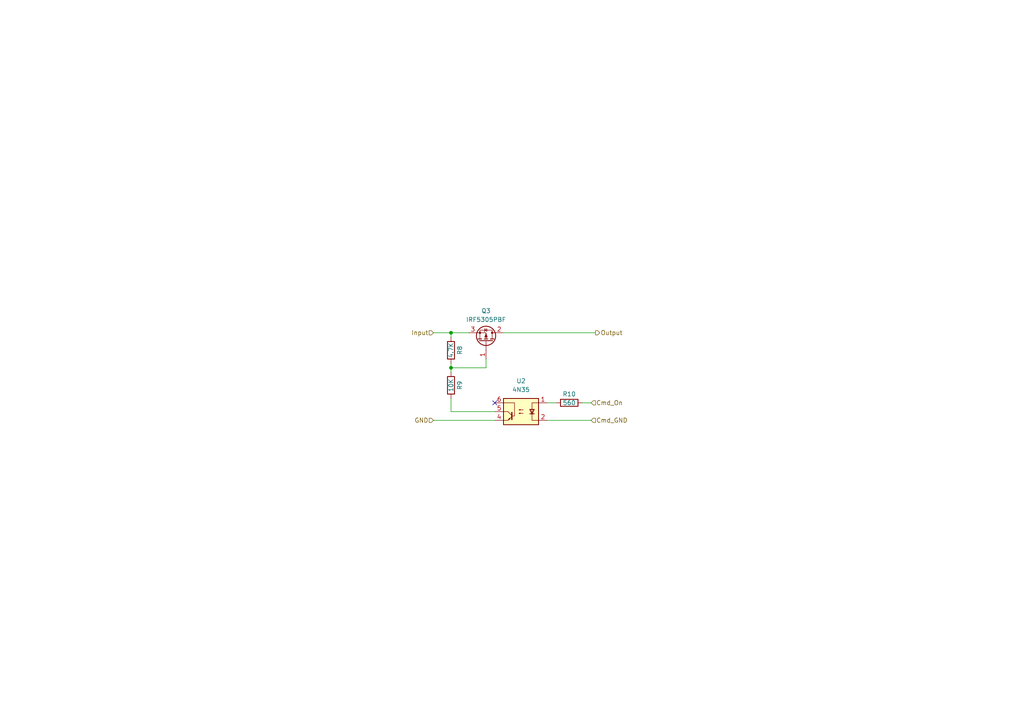
<source format=kicad_sch>
(kicad_sch (version 20211123) (generator eeschema)
  (paper "A4")
  (lib_symbols
    (symbol "Device:R" (pin_numbers hide) (pin_names (offset 0))
      (property "Reference" "R" (at 2.032 0 90))
      (property "Value" "R" (at 0 0 90))
      (symbol "R_0_1"
        (rectangle (start -1.016 -2.54) (end 1.016 2.54) (stroke (width 0.254)))
      )
      (symbol "R_1_1"
        (pin passive line (at 0 3.81 270) (length 1.27) (name "~") (number "1"))
        (pin passive line (at 0 -3.81 90) (length 1.27) (name "~") (number "2"))
      )
    )
    (symbol "Isolator:4N35" (pin_names (offset 1.016))
      (property "Reference" "U" (at -5.08 5.08 0))
      (property "Value" "4N35" (at 0 5.08 0))
      (symbol "4N35_0_1"
        (rectangle (start -5.08 3.81) (end 5.08 -3.81) (stroke (width 0.254)) (fill (type background)))
        (polyline (pts (xy -3.81 -0.635) (xy -2.54 -0.635)) (stroke (width 0.254)))
        (polyline (pts (xy 2.667 -1.397) (xy 3.81 -2.54)))
        (polyline (pts (xy 2.667 -1.143) (xy 3.81 0)))
        (polyline (pts (xy 3.81 -2.54) (xy 5.08 -2.54)))
        (polyline (pts (xy 3.81 0) (xy 5.08 0)))
        (polyline (pts (xy 2.667 -0.254) (xy 2.667 -2.286) (xy 2.667 -2.286)) (stroke (width 0.3556)))
        (polyline (pts (xy -5.08 -2.54) (xy -3.175 -2.54) (xy -3.175 2.54) (xy -5.08 2.54)))
        (polyline (pts (xy -3.175 -0.635) (xy -3.81 0.635) (xy -2.54 0.635) (xy -3.175 -0.635)) (stroke (width 0.254)))
        (polyline (pts (xy 3.683 -2.413) (xy 3.429 -1.905) (xy 3.175 -2.159) (xy 3.683 -2.413)))
        (polyline (pts (xy 5.08 2.54) (xy 1.905 2.54) (xy 1.905 -1.27) (xy 2.54 -1.27)))
        (polyline (pts (xy -0.635 -0.508) (xy 0.635 -0.508) (xy 0.254 -0.635) (xy 0.254 -0.381) (xy 0.635 -0.508)))
        (polyline (pts (xy -0.635 0.508) (xy 0.635 0.508) (xy 0.254 0.381) (xy 0.254 0.635) (xy 0.635 0.508)))
      )
      (symbol "4N35_1_1"
        (pin passive line (at -7.62 2.54 0) (length 2.54) (name "~") (number "1"))
        (pin passive line (at -7.62 -2.54 0) (length 2.54) (name "~") (number "2"))
        (pin no_connect line (at -5.08 0 0) (length 2.54) hide (name "NC") (number "3"))
        (pin passive line (at 7.62 -2.54 180) (length 2.54) (name "~") (number "4"))
        (pin passive line (at 7.62 0 180) (length 2.54) (name "~") (number "5"))
        (pin passive line (at 7.62 2.54 180) (length 2.54) (name "~") (number "6"))
      )
    )
    (symbol "Transistor_FET:FQP27P06" (pin_names hide)
      (property "Reference" "Q" (at 5.08 1.905 0))
      (property "Value" "FQP27P06" (at 5.08 0 0))
      (symbol "FQP27P06_0_1"
        (polyline (pts (xy 0.254 0) (xy -2.54 0)))
        (polyline (pts (xy 0.254 1.905) (xy 0.254 -1.905)) (stroke (width 0.254)))
        (polyline (pts (xy 0.762 -1.27) (xy 0.762 -2.286)) (stroke (width 0.254)))
        (polyline (pts (xy 0.762 0.508) (xy 0.762 -0.508)) (stroke (width 0.254)))
        (polyline (pts (xy 0.762 2.286) (xy 0.762 1.27)) (stroke (width 0.254)))
        (polyline (pts (xy 2.54 2.54) (xy 2.54 1.778)))
        (polyline (pts (xy 2.54 -2.54) (xy 2.54 0) (xy 0.762 0)))
        (polyline (pts (xy 0.762 1.778) (xy 3.302 1.778) (xy 3.302 -1.778) (xy 0.762 -1.778)))
        (polyline (pts (xy 2.286 0) (xy 1.27 0.381) (xy 1.27 -0.381) (xy 2.286 0)) (fill (type outline)))
        (polyline (pts (xy 2.794 -0.508) (xy 2.921 -0.381) (xy 3.683 -0.381) (xy 3.81 -0.254)))
        (polyline (pts (xy 3.302 -0.381) (xy 2.921 0.254) (xy 3.683 0.254) (xy 3.302 -0.381)))
        (circle (center 1.651 0) (radius 2.794) (stroke (width 0.254)))
        (circle (center 2.54 -1.778) (radius 0.254) (fill (type outline)))
        (circle (center 2.54 1.778) (radius 0.254) (fill (type outline)))
      )
      (symbol "FQP27P06_1_1"
        (pin input line (at -5.08 0 0) (length 2.54) (name "G") (number "1"))
        (pin passive line (at 2.54 5.08 270) (length 2.54) (name "D") (number "2"))
        (pin passive line (at 2.54 -5.08 90) (length 2.54) (name "S") (number "3"))
      )
    )
  )
  (junction (at 130.81 106.68))
  (junction (at 130.81 96.52))
  (no_connect (at 143.51 116.84))
  (wire (pts (xy 130.81 115.57) (xy 130.81 119.38)))
  (wire (pts (xy 130.81 119.38) (xy 143.51 119.38)))
  (wire (pts (xy 125.73 96.52) (xy 130.81 96.52)))
  (wire (pts (xy 140.97 106.68) (xy 130.81 106.68)))
  (wire (pts (xy 158.75 121.92) (xy 171.45 121.92)))
  (wire (pts (xy 158.75 116.84) (xy 161.29 116.84)))
  (wire (pts (xy 146.05 96.52) (xy 172.72 96.52)))
  (wire (pts (xy 168.91 116.84) (xy 171.45 116.84)))
  (wire (pts (xy 130.81 106.68) (xy 130.81 107.95)))
  (wire (pts (xy 140.97 104.14) (xy 140.97 106.68)))
  (wire (pts (xy 130.81 96.52) (xy 130.81 97.79)))
  (wire (pts (xy 130.81 105.41) (xy 130.81 106.68)))
  (wire (pts (xy 125.73 121.92) (xy 143.51 121.92)))
  (wire (pts (xy 130.81 96.52) (xy 135.89 96.52)))
  (hierarchical_label "Cmd_On" (shape input) (at 171.45 116.84 0))
  (hierarchical_label "Output" (shape output) (at 172.72 96.52 0))
  (hierarchical_label "Input" (shape input) (at 125.73 96.52 180))
  (hierarchical_label "GND" (shape input) (at 125.73 121.92 180))
  (hierarchical_label "Cmd_GND" (shape input) (at 171.45 121.92 0))
  (symbol (lib_id "Isolator:4N35") (at 151.13 119.38 0) (mirror y) (unit 1)
    (property "Reference" "U2" (at 151.13 110.49 0))
    (property "Value" "4N35" (at 151.13 113.03 0))
    (property "Footprint" "Package_DIP:DIP-6_W7.62mm" (effects hide))
    (property "Datasheet" "https://www.vishay.com/docs/81181/4n35.pdf" (effects hide))
  )
  (symbol (lib_id "Device:R") (at 130.81 111.76 0) (unit 1)
    (property "Reference" "R9" (at 133.35 111.76 90))
    (property "Value" "10K" (at 130.81 111.76 90))
    (property "Footprint" "Resistor_THT:R_Axial_DIN0207_L6.3mm_D2.5mm_P10.16mm_Horizontal" (effects hide))
  )
  (symbol (lib_id "Device:R") (at 130.81 101.6 0) (unit 1)
    (property "Reference" "R8" (at 133.35 101.6 90))
    (property "Value" "4.7K" (at 130.81 101.6 90))
    (property "Footprint" "Resistor_THT:R_Axial_DIN0207_L6.3mm_D2.5mm_P10.16mm_Horizontal" (effects hide))
  )
  (symbol (lib_id "Device:R") (at 165.1 116.84 90) (unit 1)
    (property "Reference" "R10" (at 165.1 114.3 90))
    (property "Value" "560" (at 165.1 116.84 90))
    (property "Footprint" "Resistor_THT:R_Axial_DIN0207_L6.3mm_D2.5mm_P10.16mm_Horizontal" (effects hide))
  )
  (symbol (lib_id "Transistor_FET:FQP27P06") (at 140.97 99.06 270) (mirror x) (unit 1)
    (property "Reference" "Q3" (at 140.97 90.17 90))
    (property "Value" "IRF5305PBF" (at 140.97 92.71 90))
    (property "Footprint" "circuit:TO-220-3_Vertical" (effects hide))
  )
)
</source>
